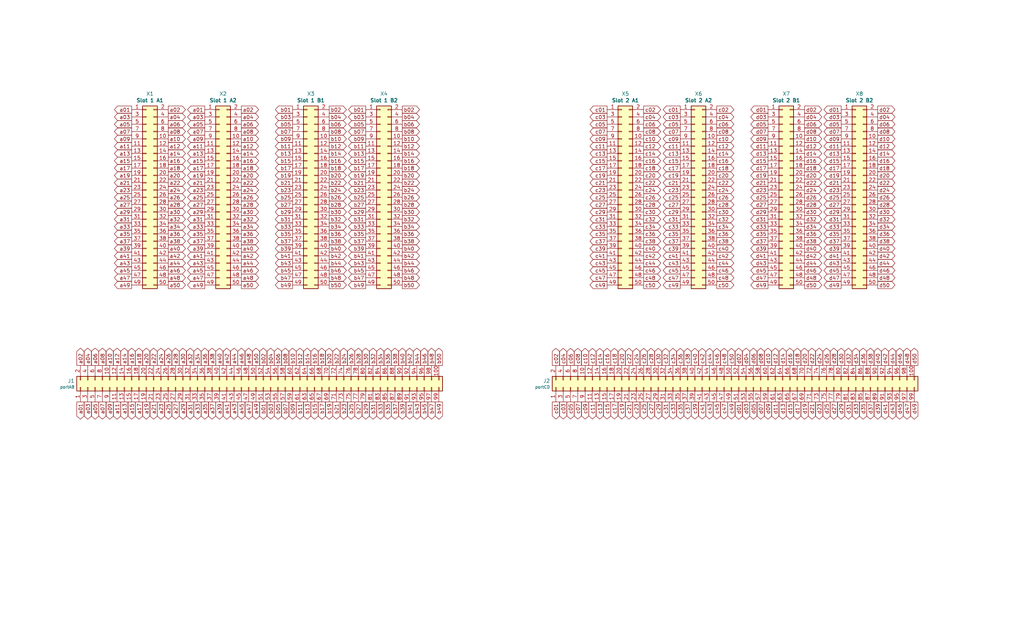
<source format=kicad_sch>
(kicad_sch (version 20230121) (generator eeschema)
  (paper "USLegal")
  (title_block (title "Backplane Tester Multiplexer Board") (rev "0.1"))
  (no_connect (at 375.92 241.3))
  (global_label "d40" (shape output) (at 304.8 127 90) (property "Intersheetrefs" "${INTERSHEET_REFS}" (effects hide)))
  (global_label "c05" (shape output) (at 236.22 43.18 180) (property "Intersheetrefs" "${INTERSHEET_REFS}" (effects hide)))
  (global_label "d12" (shape output) (at 279.4 50.8 0) (property "Intersheetrefs" "${INTERSHEET_REFS}" (effects hide)))
  (global_label "d46" (shape output) (at 304.8 93.98 0) (property "Intersheetrefs" "${INTERSHEET_REFS}" (effects hide)))
  (global_label "a33" (shape output) (at 68.58 139.7 270) (property "Intersheetrefs" "${INTERSHEET_REFS}" (effects hide)))
  (global_label "d32" (shape output) (at 304.8 76.2 0) (property "Intersheetrefs" "${INTERSHEET_REFS}" (effects hide)))
  (global_label "c22" (shape output) (at 223.52 63.5 0) (property "Intersheetrefs" "${INTERSHEET_REFS}" (effects hide)))
  (global_label "b42" (shape output) (at 114.3 88.9 0) (property "Intersheetrefs" "${INTERSHEET_REFS}" (effects hide)))
  (global_label "d23" (shape output) (at 266.7 66.04 180) (property "Intersheetrefs" "${INTERSHEET_REFS}" (effects hide)))
  (global_label "d29" (shape output) (at 292.1 73.66 180) (property "Intersheetrefs" "${INTERSHEET_REFS}" (effects hide)))
  (global_label "c12" (shape output) (at 223.52 50.8 0) (property "Intersheetrefs" "${INTERSHEET_REFS}" (effects hide)))
  (global_label "c24" (shape output) (at 248.92 66.04 0) (property "Intersheetrefs" "${INTERSHEET_REFS}" (effects hide)))
  (global_label "a17" (shape output) (at 45.72 58.42 180) (property "Intersheetrefs" "${INTERSHEET_REFS}" (effects hide)))
  (global_label "d18" (shape output) (at 304.8 58.42 0) (property "Intersheetrefs" "${INTERSHEET_REFS}" (effects hide)))
  (global_label "b38" (shape output) (at 114.3 83.82 0) (property "Intersheetrefs" "${INTERSHEET_REFS}" (effects hide)))
  (global_label "b32" (shape output) (at 129.54 127 90) (property "Intersheetrefs" "${INTERSHEET_REFS}" (effects hide)))
  (global_label "a02" (shape output) (at 83.82 38.1 0) (property "Intersheetrefs" "${INTERSHEET_REFS}" (effects hide)))
  (global_label "b13" (shape output) (at 101.6 53.34 180) (property "Intersheetrefs" "${INTERSHEET_REFS}" (effects hide)))
  (global_label "c26" (shape output) (at 223.52 127 90) (property "Intersheetrefs" "${INTERSHEET_REFS}" (effects hide)))
  (global_label "d14" (shape output) (at 279.4 53.34 0) (property "Intersheetrefs" "${INTERSHEET_REFS}" (effects hide)))
  (global_label "b05" (shape output) (at 96.52 139.7 270) (property "Intersheetrefs" "${INTERSHEET_REFS}" (effects hide)))
  (global_label "d07" (shape output) (at 266.7 45.72 180) (property "Intersheetrefs" "${INTERSHEET_REFS}" (effects hide)))
  (global_label "a07" (shape output) (at 45.72 45.72 180) (property "Intersheetrefs" "${INTERSHEET_REFS}" (effects hide)))
  (global_label "b07" (shape output) (at 101.6 45.72 180) (property "Intersheetrefs" "${INTERSHEET_REFS}" (effects hide)))
  (global_label "a47" (shape output) (at 86.36 139.7 270) (property "Intersheetrefs" "${INTERSHEET_REFS}" (effects hide)))
  (global_label "a41" (shape output) (at 71.12 88.9 180) (property "Intersheetrefs" "${INTERSHEET_REFS}" (effects hide)))
  (global_label "d42" (shape output) (at 304.8 88.9 0) (property "Intersheetrefs" "${INTERSHEET_REFS}" (effects hide)))
  (global_label "d01" (shape output) (at 292.1 38.1 180) (property "Intersheetrefs" "${INTERSHEET_REFS}" (effects hide)))
  (global_label "d04" (shape output) (at 304.8 40.64 0) (property "Intersheetrefs" "${INTERSHEET_REFS}" (effects hide)))
  (global_label "a48" (shape output) (at 83.82 96.52 0) (property "Intersheetrefs" "${INTERSHEET_REFS}" (effects hide)))
  (global_label "a48" (shape output) (at 86.36 127 90) (property "Intersheetrefs" "${INTERSHEET_REFS}" (effects hide)))
  (global_label "a02" (shape output) (at 58.42 38.1 0) (property "Intersheetrefs" "${INTERSHEET_REFS}" (effects hide)))
  (global_label "c37" (shape output) (at 238.76 139.7 270) (property "Intersheetrefs" "${INTERSHEET_REFS}" (effects hide)))
  (global_label "b33" (shape output) (at 132.08 139.7 270) (property "Intersheetrefs" "${INTERSHEET_REFS}" (effects hide)))
  (global_label "c38" (shape output) (at 248.92 83.82 0) (property "Intersheetrefs" "${INTERSHEET_REFS}" (effects hide)))
  (global_label "d23" (shape output) (at 292.1 66.04 180) (property "Intersheetrefs" "${INTERSHEET_REFS}" (effects hide)))
  (global_label "b46" (shape output) (at 114.3 93.98 0) (property "Intersheetrefs" "${INTERSHEET_REFS}" (effects hide)))
  (global_label "d16" (shape output) (at 304.8 55.88 0) (property "Intersheetrefs" "${INTERSHEET_REFS}" (effects hide)))
  (global_label "d06" (shape output) (at 261.62 127 90) (property "Intersheetrefs" "${INTERSHEET_REFS}" (effects hide)))
  (global_label "a16" (shape output) (at 58.42 55.88 0) (property "Intersheetrefs" "${INTERSHEET_REFS}" (effects hide)))
  (global_label "c35" (shape output) (at 236.22 139.7 270) (property "Intersheetrefs" "${INTERSHEET_REFS}" (effects hide)))
  (global_label "d32" (shape output) (at 294.64 127 90) (property "Intersheetrefs" "${INTERSHEET_REFS}" (effects hide)))
  (global_label "b04" (shape output) (at 93.98 127 90) (property "Intersheetrefs" "${INTERSHEET_REFS}" (effects hide)))
  (global_label "d02" (shape output) (at 304.8 38.1 0) (property "Intersheetrefs" "${INTERSHEET_REFS}" (effects hide)))
  (global_label "d49" (shape output) (at 266.7 99.06 180) (property "Intersheetrefs" "${INTERSHEET_REFS}" (effects hide)))
  (global_label "b39" (shape output) (at 139.7 139.7 270) (property "Intersheetrefs" "${INTERSHEET_REFS}" (effects hide)))
  (global_label "d11" (shape output) (at 266.7 50.8 180) (property "Intersheetrefs" "${INTERSHEET_REFS}" (effects hide)))
  (global_label "d03" (shape output) (at 266.7 40.64 180) (property "Intersheetrefs" "${INTERSHEET_REFS}" (effects hide)))
  (global_label "b45" (shape output) (at 127 93.98 180) (property "Intersheetrefs" "${INTERSHEET_REFS}" (effects hide)))
  (global_label "d10" (shape output) (at 304.8 48.26 0) (property "Intersheetrefs" "${INTERSHEET_REFS}" (effects hide)))
  (global_label "a42" (shape output) (at 58.42 88.9 0) (property "Intersheetrefs" "${INTERSHEET_REFS}" (effects hide)))
  (global_label "b01" (shape output) (at 127 38.1 180) (property "Intersheetrefs" "${INTERSHEET_REFS}" (effects hide)))
  (global_label "a43" (shape output) (at 81.28 139.7 270) (property "Intersheetrefs" "${INTERSHEET_REFS}" (effects hide)))
  (global_label "a43" (shape output) (at 71.12 91.44 180) (property "Intersheetrefs" "${INTERSHEET_REFS}" (effects hide)))
  (global_label "c26" (shape output) (at 248.92 68.58 0) (property "Intersheetrefs" "${INTERSHEET_REFS}" (effects hide)))
  (global_label "b38" (shape output) (at 139.7 83.82 0) (property "Intersheetrefs" "${INTERSHEET_REFS}" (effects hide)))
  (global_label "a12" (shape output) (at 83.82 50.8 0) (property "Intersheetrefs" "${INTERSHEET_REFS}" (effects hide)))
  (global_label "d46" (shape output) (at 312.42 127 90) (property "Intersheetrefs" "${INTERSHEET_REFS}" (effects hide)))
  (global_label "c08" (shape output) (at 223.52 45.72 0) (property "Intersheetrefs" "${INTERSHEET_REFS}" (effects hide)))
  (global_label "a09" (shape output) (at 38.1 139.7 270) (property "Intersheetrefs" "${INTERSHEET_REFS}" (effects hide)))
  (global_label "d28" (shape output) (at 304.8 71.12 0) (property "Intersheetrefs" "${INTERSHEET_REFS}" (effects hide)))
  (global_label "c19" (shape output) (at 210.82 60.96 180) (property "Intersheetrefs" "${INTERSHEET_REFS}" (effects hide)))
  (global_label "d29" (shape output) (at 266.7 73.66 180) (property "Intersheetrefs" "${INTERSHEET_REFS}" (effects hide)))
  (global_label "a29" (shape output) (at 45.72 73.66 180) (property "Intersheetrefs" "${INTERSHEET_REFS}" (effects hide)))
  (global_label "a50" (shape output) (at 83.82 99.06 0) (property "Intersheetrefs" "${INTERSHEET_REFS}" (effects hide)))
  (global_label "d34" (shape output) (at 297.18 127 90) (property "Intersheetrefs" "${INTERSHEET_REFS}" (effects hide)))
  (global_label "c21" (shape output) (at 236.22 63.5 180) (property "Intersheetrefs" "${INTERSHEET_REFS}" (effects hide)))
  (global_label "b26" (shape output) (at 139.7 68.58 0) (property "Intersheetrefs" "${INTERSHEET_REFS}" (effects hide)))
  (global_label "a09" (shape output) (at 71.12 48.26 180) (property "Intersheetrefs" "${INTERSHEET_REFS}" (effects hide)))
  (global_label "a23" (shape output) (at 71.12 66.04 180) (property "Intersheetrefs" "${INTERSHEET_REFS}" (effects hide)))
  (global_label "c22" (shape output) (at 218.44 127 90) (property "Intersheetrefs" "${INTERSHEET_REFS}" (effects hide)))
  (global_label "c23" (shape output) (at 210.82 66.04 180) (property "Intersheetrefs" "${INTERSHEET_REFS}" (effects hide)))
  (global_label "b41" (shape output) (at 101.6 88.9 180) (property "Intersheetrefs" "${INTERSHEET_REFS}" (effects hide)))
  (global_label "a17" (shape output) (at 71.12 58.42 180) (property "Intersheetrefs" "${INTERSHEET_REFS}" (effects hide)))
  (global_label "b48" (shape output) (at 149.86 127 90) (property "Intersheetrefs" "${INTERSHEET_REFS}" (effects hide)))
  (global_label "c25" (shape output) (at 223.52 139.7 270) (property "Intersheetrefs" "${INTERSHEET_REFS}" (effects hide)))
  (global_label "d47" (shape output) (at 314.96 139.7 270) (property "Intersheetrefs" "${INTERSHEET_REFS}" (effects hide)))
  (global_label "a11" (shape output) (at 45.72 50.8 180) (property "Intersheetrefs" "${INTERSHEET_REFS}" (effects hide)))
  (global_label "d03" (shape output) (at 259.08 139.7 270) (property "Intersheetrefs" "${INTERSHEET_REFS}" (effects hide)))
  (global_label "d05" (shape output) (at 261.62 139.7 270) (property "Intersheetrefs" "${INTERSHEET_REFS}" (effects hide)))
  (global_label "c01" (shape output) (at 210.82 38.1 180) (property "Intersheetrefs" "${INTERSHEET_REFS}" (effects hide)))
  (global_label "b33" (shape output) (at 127 78.74 180) (property "Intersheetrefs" "${INTERSHEET_REFS}" (effects hide)))
  (global_label "a07" (shape output) (at 71.12 45.72 180) (property "Intersheetrefs" "${INTERSHEET_REFS}" (effects hide)))
  (global_label "b02" (shape output) (at 139.7 38.1 0) (property "Intersheetrefs" "${INTERSHEET_REFS}" (effects hide)))
  (global_label "d10" (shape output) (at 266.7 127 90) (property "Intersheetrefs" "${INTERSHEET_REFS}" (effects hide)))
  (global_label "a45" (shape output) (at 45.72 93.98 180) (property "Intersheetrefs" "${INTERSHEET_REFS}" (effects hide)))
  (global_label "a02" (shape output) (at 27.94 127 90) (property "Intersheetrefs" "${INTERSHEET_REFS}" (effects hide)))
  (global_label "d31" (shape output) (at 294.64 139.7 270) (property "Intersheetrefs" "${INTERSHEET_REFS}" (effects hide)))
  (global_label "b19" (shape output) (at 114.3 139.7 270) (property "Intersheetrefs" "${INTERSHEET_REFS}" (effects hide)))
  (global_label "b29" (shape output) (at 127 139.7 270) (property "Intersheetrefs" "${INTERSHEET_REFS}" (effects hide)))
  (global_label "a17" (shape output) (at 48.26 139.7 270) (property "Intersheetrefs" "${INTERSHEET_REFS}" (effects hide)))
  (global_label "c12" (shape output) (at 205.74 127 90) (property "Intersheetrefs" "${INTERSHEET_REFS}" (effects hide)))
  (global_label "b11" (shape output) (at 104.14 139.7 270) (property "Intersheetrefs" "${INTERSHEET_REFS}" (effects hide)))
  (global_label "c29" (shape output) (at 236.22 73.66 180) (property "Intersheetrefs" "${INTERSHEET_REFS}" (effects hide)))
  (global_label "b36" (shape output) (at 139.7 81.28 0) (property "Intersheetrefs" "${INTERSHEET_REFS}" (effects hide)))
  (global_label "c49" (shape output) (at 254 139.7 270) (property "Intersheetrefs" "${INTERSHEET_REFS}" (effects hide)))
  (global_label "a34" (shape output) (at 68.58 127 90) (property "Intersheetrefs" "${INTERSHEET_REFS}" (effects hide)))
  (global_label "a19" (shape output) (at 71.12 60.96 180) (property "Intersheetrefs" "${INTERSHEET_REFS}" (effects hide)))
  (global_label "a48" (shape output) (at 58.42 96.52 0) (property "Intersheetrefs" "${INTERSHEET_REFS}" (effects hide)))
  (global_label "b20" (shape output) (at 114.3 60.96 0) (property "Intersheetrefs" "${INTERSHEET_REFS}" (effects hide)))
  (global_label "b45" (shape output) (at 101.6 93.98 180) (property "Intersheetrefs" "${INTERSHEET_REFS}" (effects hide)))
  (global_label "c16" (shape output) (at 248.92 55.88 0) (property "Intersheetrefs" "${INTERSHEET_REFS}" (effects hide)))
  (global_label "c49" (shape output) (at 236.22 99.06 180) (property "Intersheetrefs" "${INTERSHEET_REFS}" (effects hide)))
  (global_label "c02" (shape output) (at 248.92 38.1 0) (property "Intersheetrefs" "${INTERSHEET_REFS}" (effects hide)))
  (global_label "c19" (shape output) (at 215.9 139.7 270) (property "Intersheetrefs" "${INTERSHEET_REFS}" (effects hide)))
  (global_label "b38" (shape output) (at 137.16 127 90) (property "Intersheetrefs" "${INTERSHEET_REFS}" (effects hide)))
  (global_label "b46" (shape output) (at 139.7 93.98 0) (property "Intersheetrefs" "${INTERSHEET_REFS}" (effects hide)))
  (global_label "d37" (shape output) (at 266.7 83.82 180) (property "Intersheetrefs" "${INTERSHEET_REFS}" (effects hide)))
  (global_label "d50" (shape output) (at 317.5 127 90) (property "Intersheetrefs" "${INTERSHEET_REFS}" (effects hide)))
  (global_label "d05" (shape output) (at 292.1 43.18 180) (property "Intersheetrefs" "${INTERSHEET_REFS}" (effects hide)))
  (global_label "a39" (shape output) (at 76.2 139.7 270) (property "Intersheetrefs" "${INTERSHEET_REFS}" (effects hide)))
  (global_label "c28" (shape output) (at 248.92 71.12 0) (property "Intersheetrefs" "${INTERSHEET_REFS}" (effects hide)))
  (global_label "d46" (shape output) (at 279.4 93.98 0) (property "Intersheetrefs" "${INTERSHEET_REFS}" (effects hide)))
  (global_label "a34" (shape output) (at 83.82 78.74 0) (property "Intersheetrefs" "${INTERSHEET_REFS}" (effects hide)))
  (global_label "d39" (shape output) (at 304.8 139.7 270) (property "Intersheetrefs" "${INTERSHEET_REFS}" (effects hide)))
  (global_label "c38" (shape output) (at 238.76 127 90) (property "Intersheetrefs" "${INTERSHEET_REFS}" (effects hide)))
  (global_label "c33" (shape output) (at 210.82 78.74 180) (property "Intersheetrefs" "${INTERSHEET_REFS}" (effects hide)))
  (global_label "d25" (shape output) (at 266.7 68.58 180) (property "Intersheetrefs" "${INTERSHEET_REFS}" (effects hide)))
  (global_label "d18" (shape output) (at 276.86 127 90) (property "Intersheetrefs" "${INTERSHEET_REFS}" (effects hide)))
  (global_label "c13" (shape output) (at 208.28 139.7 270) (property "Intersheetrefs" "${INTERSHEET_REFS}" (effects hide)))
  (global_label "a14" (shape output) (at 83.82 53.34 0) (property "Intersheetrefs" "${INTERSHEET_REFS}" (effects hide)))
  (global_label "b23" (shape output) (at 101.6 66.04 180) (property "Intersheetrefs" "${INTERSHEET_REFS}" (effects hide)))
  (global_label "c48" (shape output) (at 251.46 127 90) (property "Intersheetrefs" "${INTERSHEET_REFS}" (effects hide)))
  (global_label "c20" (shape output) (at 223.52 60.96 0) (property "Intersheetrefs" "${INTERSHEET_REFS}" (effects hide)))
  (global_label "c31" (shape output) (at 236.22 76.2 180) (property "Intersheetrefs" "${INTERSHEET_REFS}" (effects hide)))
  (global_label "c37" (shape output) (at 210.82 83.82 180) (property "Intersheetrefs" "${INTERSHEET_REFS}" (effects hide)))
  (global_label "d25" (shape output) (at 292.1 68.58 180) (property "Intersheetrefs" "${INTERSHEET_REFS}" (effects hide)))
  (global_label "c21" (shape output) (at 210.82 63.5 180) (property "Intersheetrefs" "${INTERSHEET_REFS}" (effects hide)))
  (global_label "c31" (shape output) (at 231.14 139.7 270) (property "Intersheetrefs" "${INTERSHEET_REFS}" (effects hide)))
  (global_label "c06" (shape output) (at 223.52 43.18 0) (property "Intersheetrefs" "${INTERSHEET_REFS}" (effects hide)))
  (global_label "a08" (shape output) (at 35.56 127 90) (property "Intersheetrefs" "${INTERSHEET_REFS}" (effects hide)))
  (global_label "a26" (shape output) (at 58.42 68.58 0) (property "Intersheetrefs" "${INTERSHEET_REFS}" (effects hide)))
  (global_label "c06" (shape output) (at 248.92 43.18 0) (property "Intersheetrefs" "${INTERSHEET_REFS}" (effects hide)))
  (global_label "c45" (shape output) (at 248.92 139.7 270) (property "Intersheetrefs" "${INTERSHEET_REFS}" (effects hide)))
  (global_label "b41" (shape output) (at 127 88.9 180) (property "Intersheetrefs" "${INTERSHEET_REFS}" (effects hide)))
  (global_label "d35" (shape output) (at 299.72 139.7 270) (property "Intersheetrefs" "${INTERSHEET_REFS}" (effects hide)))
  (global_label "c42" (shape output) (at 243.84 127 90) (property "Intersheetrefs" "${INTERSHEET_REFS}" (effects hide)))
  (global_label "c29" (shape output) (at 210.82 73.66 180) (property "Intersheetrefs" "${INTERSHEET_REFS}" (effects hide)))
  (global_label "b31" (shape output) (at 129.54 139.7 270) (property "Intersheetrefs" "${INTERSHEET_REFS}" (effects hide)))
  (global_label "c01" (shape output) (at 193.04 139.7 270) (property "Intersheetrefs" "${INTERSHEET_REFS}" (effects hide)))
  (global_label "a38" (shape output) (at 58.42 83.82 0) (property "Intersheetrefs" "${INTERSHEET_REFS}" (effects hide)))
  (global_label "b05" (shape output) (at 127 43.18 180) (property "Intersheetrefs" "${INTERSHEET_REFS}" (effects hide)))
  (global_label "a14" (shape output) (at 43.18 127 90) (property "Intersheetrefs" "${INTERSHEET_REFS}" (effects hide)))
  (global_label "a42" (shape output) (at 78.74 127 90) (property "Intersheetrefs" "${INTERSHEET_REFS}" (effects hide)))
  (global_label "b21" (shape output) (at 116.84 139.7 270) (property "Intersheetrefs" "${INTERSHEET_REFS}" (effects hide)))
  (global_label "d37" (shape output) (at 302.26 139.7 270) (property "Intersheetrefs" "${INTERSHEET_REFS}" (effects hide)))
  (global_label "c35" (shape output) (at 210.82 81.28 180) (property "Intersheetrefs" "${INTERSHEET_REFS}" (effects hide)))
  (global_label "c14" (shape output) (at 248.92 53.34 0) (property "Intersheetrefs" "${INTERSHEET_REFS}" (effects hide)))
  (global_label "c08" (shape output) (at 200.66 127 90) (property "Intersheetrefs" "${INTERSHEET_REFS}" (effects hide)))
  (global_label "d07" (shape output) (at 292.1 45.72 180) (property "Intersheetrefs" "${INTERSHEET_REFS}" (effects hide)))
  (global_label "d39" (shape output) (at 266.7 86.36 180) (property "Intersheetrefs" "${INTERSHEET_REFS}" (effects hide)))
  (global_label "d35" (shape output) (at 292.1 81.28 180) (property "Intersheetrefs" "${INTERSHEET_REFS}" (effects hide)))
  (global_label "c47" (shape output) (at 210.82 96.52 180) (property "Intersheetrefs" "${INTERSHEET_REFS}" (effects hide)))
  (global_label "a05" (shape output) (at 33.02 139.7 270) (property "Intersheetrefs" "${INTERSHEET_REFS}" (effects hide)))
  (global_label "d30" (shape output) (at 292.1 127 90) (property "Intersheetrefs" "${INTERSHEET_REFS}" (effects hide)))
  (global_label "d08" (shape output) (at 304.8 45.72 0) (property "Intersheetrefs" "${INTERSHEET_REFS}" (effects hide)))
  (global_label "d48" (shape output) (at 304.8 96.52 0) (property "Intersheetrefs" "${INTERSHEET_REFS}" (effects hide)))
  (global_label "c40" (shape output) (at 223.52 86.36 0) (property "Intersheetrefs" "${INTERSHEET_REFS}" (effects hide)))
  (global_label "c11" (shape output) (at 205.74 139.7 270) (property "Intersheetrefs" "${INTERSHEET_REFS}" (effects hide)))
  (global_label "b44" (shape output) (at 114.3 91.44 0) (property "Intersheetrefs" "${INTERSHEET_REFS}" (effects hide)))
  (global_label "c36" (shape output) (at 248.92 81.28 0) (property "Intersheetrefs" "${INTERSHEET_REFS}" (effects hide)))
  (global_label "b47" (shape output) (at 127 96.52 180) (property "Intersheetrefs" "${INTERSHEET_REFS}" (effects hide)))
  (global_label "b18" (shape output) (at 111.76 127 90) (property "Intersheetrefs" "${INTERSHEET_REFS}" (effects hide)))
  (global_label "b34" (shape output) (at 139.7 78.74 0) (property "Intersheetrefs" "${INTERSHEET_REFS}" (effects hide)))
  (global_label "b25" (shape output) (at 127 68.58 180) (property "Intersheetrefs" "${INTERSHEET_REFS}" (effects hide)))
  (global_label "a36" (shape output) (at 71.12 127 90) (property "Intersheetrefs" "${INTERSHEET_REFS}" (effects hide)))
  (global_label "d19" (shape output) (at 292.1 60.96 180) (property "Intersheetrefs" "${INTERSHEET_REFS}" (effects hide)))
  (global_label "b27" (shape output) (at 124.46 139.7 270) (property "Intersheetrefs" "${INTERSHEET_REFS}" (effects hide)))
  (global_label "b01" (shape output) (at 101.6 38.1 180) (property "Intersheetrefs" "${INTERSHEET_REFS}" (effects hide)))
  (global_label "b09" (shape output) (at 127 48.26 180) (property "Intersheetrefs" "${INTERSHEET_REFS}" (effects hide)))
  (global_label "c41" (shape output) (at 210.82 88.9 180) (property "Intersheetrefs" "${INTERSHEET_REFS}" (effects hide)))
  (global_label "d09" (shape output) (at 266.7 48.26 180) (property "Intersheetrefs" "${INTERSHEET_REFS}" (effects hide)))
  (global_label "d15" (shape output) (at 266.7 55.88 180) (property "Intersheetrefs" "${INTERSHEET_REFS}" (effects hide)))
  (global_label "a04" (shape output) (at 30.48 127 90) (property "Intersheetrefs" "${INTERSHEET_REFS}" (effects hide)))
  (global_label "a41" (shape output) (at 45.72 88.9 180) (property "Intersheetrefs" "${INTERSHEET_REFS}" (effects hide)))
  (global_label "a22" (shape output) (at 58.42 63.5 0) (property "Intersheetrefs" "${INTERSHEET_REFS}" (effects hide)))
  (global_label "a25" (shape output) (at 58.42 139.7 270) (property "Intersheetrefs" "${INTERSHEET_REFS}" (effects hide)))
  (global_label "a33" (shape output) (at 45.72 78.74 180) (property "Intersheetrefs" "${INTERSHEET_REFS}" (effects hide)))
  (global_label "a49" (shape output) (at 71.12 99.06 180) (property "Intersheetrefs" "${INTERSHEET_REFS}" (effects hide)))
  (global_label "c32" (shape output) (at 223.52 76.2 0) (property "Intersheetrefs" "${INTERSHEET_REFS}" (effects hide)))
  (global_label "d44" (shape output) (at 304.8 91.44 0) (property "Intersheetrefs" "${INTERSHEET_REFS}" (effects hide)))
  (global_label "d10" (shape output) (at 279.4 48.26 0) (property "Intersheetrefs" "${INTERSHEET_REFS}" (effects hide)))
  (global_label "b24" (shape output) (at 114.3 66.04 0) (property "Intersheetrefs" "${INTERSHEET_REFS}" (effects hide)))
  (global_label "a27" (shape output) (at 71.12 71.12 180) (property "Intersheetrefs" "${INTERSHEET_REFS}" (effects hide)))
  (global_label "a23" (shape output) (at 45.72 66.04 180) (property "Intersheetrefs" "${INTERSHEET_REFS}" (effects hide)))
  (global_label "c15" (shape output) (at 236.22 55.88 180) (property "Intersheetrefs" "${INTERSHEET_REFS}" (effects hide)))
  (global_label "b43" (shape output) (at 101.6 91.44 180) (property "Intersheetrefs" "${INTERSHEET_REFS}" (effects hide)))
  (global_label "d38" (shape output) (at 302.26 127 90) (property "Intersheetrefs" "${INTERSHEET_REFS}" (effects hide)))
  (global_label "b03" (shape output) (at 93.98 139.7 270) (property "Intersheetrefs" "${INTERSHEET_REFS}" (effects hide)))
  (global_label "d11" (shape output) (at 292.1 50.8 180) (property "Intersheetrefs" "${INTERSHEET_REFS}" (effects hide)))
  (global_label "c49" (shape output) (at 210.82 99.06 180) (property "Intersheetrefs" "${INTERSHEET_REFS}" (effects hide)))
  (global_label "a28" (shape output) (at 58.42 71.12 0) (property "Intersheetrefs" "${INTERSHEET_REFS}" (effects hide)))
  (global_label "d22" (shape output) (at 281.94 127 90) (property "Intersheetrefs" "${INTERSHEET_REFS}" (effects hide)))
  (global_label "d43" (shape output) (at 309.88 139.7 270) (property "Intersheetrefs" "${INTERSHEET_REFS}" (effects hide)))
  (global_label "a01" (shape output) (at 45.72 38.1 180) (property "Intersheetrefs" "${INTERSHEET_REFS}" (effects hide)))
  (global_label "c42" (shape output) (at 248.92 88.9 0) (property "Intersheetrefs" "${INTERSHEET_REFS}" (effects hide)))
  (global_label "c22" (shape output) (at 248.92 63.5 0) (property "Intersheetrefs" "${INTERSHEET_REFS}" (effects hide)))
  (global_label "b34" (shape output) (at 114.3 78.74 0) (property "Intersheetrefs" "${INTERSHEET_REFS}" (effects hide)))
  (global_label "b11" (shape output) (at 127 50.8 180) (property "Intersheetrefs" "${INTERSHEET_REFS}" (effects hide)))
  (global_label "c20" (shape output) (at 215.9 127 90) (property "Intersheetrefs" "${INTERSHEET_REFS}" (effects hide)))
  (global_label "c37" (shape output) (at 236.22 83.82 180) (property "Intersheetrefs" "${INTERSHEET_REFS}" (effects hide)))
  (global_label "d40" (shape output) (at 304.8 86.36 0) (property "Intersheetrefs" "${INTERSHEET_REFS}" (effects hide)))
  (global_label "b23" (shape output) (at 119.38 139.7 270) (property "Intersheetrefs" "${INTERSHEET_REFS}" (effects hide)))
  (global_label "b31" (shape output) (at 127 76.2 180) (property "Intersheetrefs" "${INTERSHEET_REFS}" (effects hide)))
  (global_label "a43" (shape output) (at 45.72 91.44 180) (property "Intersheetrefs" "${INTERSHEET_REFS}" (effects hide)))
  (global_label "b03" (shape output) (at 101.6 40.64 180) (property "Intersheetrefs" "${INTERSHEET_REFS}" (effects hide)))
  (global_label "a06" (shape output) (at 58.42 43.18 0) (property "Intersheetrefs" "${INTERSHEET_REFS}" (effects hide)))
  (global_label "c09" (shape output) (at 210.82 48.26 180) (property "Intersheetrefs" "${INTERSHEET_REFS}" (effects hide)))
  (global_label "d16" (shape output) (at 279.4 55.88 0) (property "Intersheetrefs" "${INTERSHEET_REFS}" (effects hide)))
  (global_label "a11" (shape output) (at 71.12 50.8 180) (property "Intersheetrefs" "${INTERSHEET_REFS}" (effects hide)))
  (global_label "c41" (shape output) (at 243.84 139.7 270) (property "Intersheetrefs" "${INTERSHEET_REFS}" (effects hide)))
  (global_label "c48" (shape output) (at 223.52 96.52 0) (property "Intersheetrefs" "${INTERSHEET_REFS}" (effects hide)))
  (global_label "d03" (shape output) (at 292.1 40.64 180) (property "Intersheetrefs" "${INTERSHEET_REFS}" (effects hide)))
  (global_label "c07" (shape output) (at 236.22 45.72 180) (property "Intersheetrefs" "${INTERSHEET_REFS}" (effects hide)))
  (global_label "b19" (shape output) (at 127 60.96 180) (property "Intersheetrefs" "${INTERSHEET_REFS}" (effects hide)))
  (global_label "c34" (shape output) (at 223.52 78.74 0) (property "Intersheetrefs" "${INTERSHEET_REFS}" (effects hide)))
  (global_label "c24" (shape output) (at 220.98 127 90) (property "Intersheetrefs" "${INTERSHEET_REFS}" (effects hide)))
  (global_label "b40" (shape output) (at 139.7 86.36 0) (property "Intersheetrefs" "${INTERSHEET_REFS}" (effects hide)))
  (global_label "d02" (shape output) (at 256.54 127 90) (property "Intersheetrefs" "${INTERSHEET_REFS}" (effects hide)))
  (global_label "d33" (shape output) (at 292.1 78.74 180) (property "Intersheetrefs" "${INTERSHEET_REFS}" (effects hide)))
  (global_label "a32" (shape output) (at 66.04 127 90) (property "Intersheetrefs" "${INTERSHEET_REFS}" (effects hide)))
  (global_label "c03" (shape output) (at 236.22 40.64 180) (property "Intersheetrefs" "${INTERSHEET_REFS}" (effects hide)))
  (global_label "d25" (shape output) (at 287.02 139.7 270) (property "Intersheetrefs" "${INTERSHEET_REFS}" (effects hide)))
  (global_label "a31" (shape output) (at 71.12 76.2 180) (property "Intersheetrefs" "${INTERSHEET_REFS}" (effects hide)))
  (global_label "d14" (shape output) (at 304.8 53.34 0) (property "Intersheetrefs" "${INTERSHEET_REFS}" (effects hide)))
  (global_label "a47" (shape output) (at 71.12 96.52 180) (property "Intersheetrefs" "${INTERSHEET_REFS}" (effects hide)))
  (global_label "b12" (shape output) (at 139.7 50.8 0) (property "Intersheetrefs" "${INTERSHEET_REFS}" (effects hide)))
  (global_label "a37" (shape output) (at 45.72 83.82 180) (property "Intersheetrefs" "${INTERSHEET_REFS}" (effects hide)))
  (global_label "a45" (shape output) (at 83.82 139.7 270) (property "Intersheetrefs" "${INTERSHEET_REFS}" (effects hide)))
  (global_label "c50" (shape output) (at 223.52 99.06 0) (property "Intersheetrefs" "${INTERSHEET_REFS}" (effects hide)))
  (global_label "c28" (shape output) (at 226.06 127 90) (property "Intersheetrefs" "${INTERSHEET_REFS}" (effects hide)))
  (global_label "c04" (shape output) (at 195.58 127 90) (property "Intersheetrefs" "${INTERSHEET_REFS}" (effects hide)))
  (global_label "d48" (shape output) (at 279.4 96.52 0) (property "Intersheetrefs" "${INTERSHEET_REFS}" (effects hide)))
  (global_label "b40" (shape output) (at 139.7 127 90) (property "Intersheetrefs" "${INTERSHEET_REFS}" (effects hide)))
  (global_label "a46" (shape output) (at 83.82 127 90) (property "Intersheetrefs" "${INTERSHEET_REFS}" (effects hide)))
  (global_label "a25" (shape output) (at 71.12 68.58 180) (property "Intersheetrefs" "${INTERSHEET_REFS}" (effects hide)))
  (global_label "c46" (shape output) (at 248.92 127 90) (property "Intersheetrefs" "${INTERSHEET_REFS}" (effects hide)))
  (global_label "c39" (shape output) (at 210.82 86.36 180) (property "Intersheetrefs" "${INTERSHEET_REFS}" (effects hide)))
  (global_label "b17" (shape output) (at 127 58.42 180) (property "Intersheetrefs" "${INTERSHEET_REFS}" (effects hide)))
  (global_label "c44" (shape output) (at 246.38 127 90) (property "Intersheetrefs" "${INTERSHEET_REFS}" (effects hide)))
  (global_label "d40" (shape output) (at 279.4 86.36 0) (property "Intersheetrefs" "${INTERSHEET_REFS}" (effects hide)))
  (global_label "b17" (shape output) (at 111.76 139.7 270) (property "Intersheetrefs" "${INTERSHEET_REFS}" (effects hide)))
  (global_label "d18" (shape output) (at 279.4 58.42 0) (property "Intersheetrefs" "${INTERSHEET_REFS}" (effects hide)))
  (global_label "c35" (shape output) (at 236.22 81.28 180) (property "Intersheetrefs" "${INTERSHEET_REFS}" (effects hide)))
  (global_label "a13" (shape output) (at 71.12 53.34 180) (property "Intersheetrefs" "${INTERSHEET_REFS}" (effects hide)))
  (global_label "c23" (shape output) (at 220.98 139.7 270) (property "Intersheetrefs" "${INTERSHEET_REFS}" (effects hide)))
  (global_label "b37" (shape output) (at 137.16 139.7 270) (property "Intersheetrefs" "${INTERSHEET_REFS}" (effects hide)))
  (global_label "a08" (shape output) (at 83.82 45.72 0) (property "Intersheetrefs" "${INTERSHEET_REFS}" (effects hide)))
  (global_label "a16" (shape output) (at 45.72 127 90) (property "Intersheetrefs" "${INTERSHEET_REFS}" (effects hide)))
  (global_label "d44" (shape output) (at 279.4 91.44 0) (property "Intersheetrefs" "${INTERSHEET_REFS}" (effects hide)))
  (global_label "c09" (shape output) (at 236.22 48.26 180) (property "Intersheetrefs" "${INTERSHEET_REFS}" (effects hide)))
  (global_label "d49" (shape output) (at 317.5 139.7 270) (property "Intersheetrefs" "${INTERSHEET_REFS}" (effects hide)))
  (global_label "d48" (shape output) (at 314.96 127 90) (property "Intersheetrefs" "${INTERSHEET_REFS}" (effects hide)))
  (global_label "a12" (shape output) (at 40.64 127 90) (property "Intersheetrefs" "${INTERSHEET_REFS}" (effects hide)))
  (global_label "d27" (shape output) (at 292.1 71.12 180) (property "Intersheetrefs" "${INTERSHEET_REFS}" (effects hide)))
  (global_label "a20" (shape output) (at 58.42 60.96 0) (property "Intersheetrefs" "${INTERSHEET_REFS}" (effects hide)))
  (global_label "b17" (shape output) (at 101.6 58.42 180) (property "Intersheetrefs" "${INTERSHEET_REFS}" (effects hide)))
  (global_label "b31" (shape output) (at 101.6 76.2 180) (property "Intersheetrefs" "${INTERSHEET_REFS}" (effects hide)))
  (global_label "a42" (shape output) (at 83.82 88.9 0) (property "Intersheetrefs" "${INTERSHEET_REFS}" (effects hide)))
  (global_label "a26" (shape output) (at 58.42 127 90) (property "Intersheetrefs" "${INTERSHEET_REFS}" (effects hide)))
  (global_label "c06" (shape output) (at 198.12 127 90) (property "Intersheetrefs" "${INTERSHEET_REFS}" (effects hide)))
  (global_label "d08" (shape output) (at 264.16 127 90) (property "Intersheetrefs" "${INTERSHEET_REFS}" (effects hide)))
  (global_label "b13" (shape output) (at 127 53.34 180) (property "Intersheetrefs" "${INTERSHEET_REFS}" (effects hide)))
  (global_label "a39" (shape output) (at 71.12 86.36 180) (property "Intersheetrefs" "${INTERSHEET_REFS}" (effects hide)))
  (global_label "c02" (shape output) (at 223.52 38.1 0) (property "Intersheetrefs" "${INTERSHEET_REFS}" (effects hide)))
  (global_label "a10" (shape output) (at 58.42 48.26 0) (property "Intersheetrefs" "${INTERSHEET_REFS}" (effects hide)))
  (global_label "a03" (shape output) (at 45.72 40.64 180) (property "Intersheetrefs" "${INTERSHEET_REFS}" (effects hide)))
  (global_label "b42" (shape output) (at 139.7 88.9 0) (property "Intersheetrefs" "${INTERSHEET_REFS}" (effects hide)))
  (global_label "b11" (shape output) (at 101.6 50.8 180) (property "Intersheetrefs" "${INTERSHEET_REFS}" (effects hide)))
  (global_label "c24" (shape output) (at 223.52 66.04 0) (property "Intersheetrefs" "${INTERSHEET_REFS}" (effects hide)))
  (global_label "a21" (shape output) (at 45.72 63.5 180) (property "Intersheetrefs" "${INTERSHEET_REFS}" (effects hide)))
  (global_label "b06" (shape output) (at 96.52 127 90) (property "Intersheetrefs" "${INTERSHEET_REFS}" (effects hide)))
  (global_label "d42" (shape output) (at 279.4 88.9 0) (property "Intersheetrefs" "${INTERSHEET_REFS}" (effects hide)))
  (global_label "a47" (shape output) (at 45.72 96.52 180) (property "Intersheetrefs" "${INTERSHEET_REFS}" (effects hide)))
  (global_label "c07" (shape output) (at 200.66 139.7 270) (property "Intersheetrefs" "${INTERSHEET_REFS}" (effects hide)))
  (global_label "d28" (shape output) (at 289.56 127 90) (property "Intersheetrefs" "${INTERSHEET_REFS}" (effects hide)))
  (global_label "b28" (shape output) (at 139.7 71.12 0) (property "Intersheetrefs" "${INTERSHEET_REFS}" (effects hide)))
  (global_label "d01" (shape output) (at 266.7 38.1 180) (property "Intersheetrefs" "${INTERSHEET_REFS}" (effects hide)))
  (global_label "d09" (shape output) (at 292.1 48.26 180) (property "Intersheetrefs" "${INTERSHEET_REFS}" (effects hide)))
  (global_label "b08" (shape output) (at 114.3 45.72 0) (property "Intersheetrefs" "${INTERSHEET_REFS}" (effects hide)))
  (global_label "c43" (shape output) (at 210.82 91.44 180) (property "Intersheetrefs" "${INTERSHEET_REFS}" (effects hide)))
  (global_label "c10" (shape output) (at 223.52 48.26 0) (property "Intersheetrefs" "${INTERSHEET_REFS}" (effects hide)))
  (global_label "d17" (shape output) (at 266.7 58.42 180) (property "Intersheetrefs" "${INTERSHEET_REFS}" (effects hide)))
  (global_label "b24" (shape output) (at 119.38 127 90) (property "Intersheetrefs" "${INTERSHEET_REFS}" (effects hide)))
  (global_label "b20" (shape output) (at 114.3 127 90) (property "Intersheetrefs" "${INTERSHEET_REFS}" (effects hide)))
  (global_label "c40" (shape output) (at 248.92 86.36 0) (property "Intersheetrefs" "${INTERSHEET_REFS}" (effects hide)))
  (global_label "a36" (shape output) (at 83.82 81.28 0) (property "Intersheetrefs" "${INTERSHEET_REFS}" (effects hide)))
  (global_label "c04" (shape output) (at 248.92 40.64 0) (property "Intersheetrefs" "${INTERSHEET_REFS}" (effects hide)))
  (global_label "a15" (shape output) (at 45.72 139.7 270) (property "Intersheetrefs" "${INTERSHEET_REFS}" (effects hide)))
  (global_label "a38" (shape output) (at 83.82 83.82 0) (property "Intersheetrefs" "${INTERSHEET_REFS}" (effects hide)))
  (global_label "d02" (shape output) (at 279.4 38.1 0) (property "Intersheetrefs" "${INTERSHEET_REFS}" (effects hide)))
  (global_label "b21" (shape output) (at 101.6 63.5 180) (property "Intersheetrefs" "${INTERSHEET_REFS}" (effects hide)))
  (global_label "c45" (shape output) (at 236.22 93.98 180) (property "Intersheetrefs" "${INTERSHEET_REFS}" (effects hide)))
  (global_label "b30" (shape output) (at 114.3 73.66 0) (property "Intersheetrefs" "${INTERSHEET_REFS}" (effects hide)))
  (global_label "b22" (shape output) (at 114.3 63.5 0) (property "Intersheetrefs" "${INTERSHEET_REFS}" (effects hide)))
  (global_label "a10" (shape output) (at 83.82 48.26 0) (property "Intersheetrefs" "${INTERSHEET_REFS}" (effects hide)))
  (global_label "b41" (shape output) (at 142.24 139.7 270) (property "Intersheetrefs" "${INTERSHEET_REFS}" (effects hide)))
  (global_label "a28" (shape output) (at 83.82 71.12 0) (property "Intersheetrefs" "${INTERSHEET_REFS}" (effects hide)))
  (global_label "c05" (shape output) (at 210.82 43.18 180) (property "Intersheetrefs" "${INTERSHEET_REFS}" (effects hide)))
  (global_label "c11" (shape output) (at 236.22 50.8 180) (property "Intersheetrefs" "${INTERSHEET_REFS}" (effects hide)))
  (global_label "a18" (shape output) (at 58.42 58.42 0) (property "Intersheetrefs" "${INTERSHEET_REFS}" (effects hide)))
  (global_label "c04" (shape output) (at 223.52 40.64 0) (property "Intersheetrefs" "${INTERSHEET_REFS}" (effects hide)))
  (global_label "c43" (shape output) (at 236.22 91.44 180) (property "Intersheetrefs" "${INTERSHEET_REFS}" (effects hide)))
  (global_label "d47" (shape output) (at 266.7 96.52 180) (property "Intersheetrefs" "${INTERSHEET_REFS}" (effects hide)))
  (global_label "a09" (shape output) (at 45.72 48.26 180) (property "Intersheetrefs" "${INTERSHEET_REFS}" (effects hide)))
  (global_label "c48" (shape output) (at 248.92 96.52 0) (property "Intersheetrefs" "${INTERSHEET_REFS}" (effects hide)))
  (global_label "c11" (shape output) (at 210.82 50.8 180) (property "Intersheetrefs" "${INTERSHEET_REFS}" (effects hide)))
  (global_label "c02" (shape output) (at 193.04 127 90) (property "Intersheetrefs" "${INTERSHEET_REFS}" (effects hide)))
  (global_label "d19" (shape output) (at 266.7 60.96 180) (property "Intersheetrefs" "${INTERSHEET_REFS}" (effects hide)))
  (global_label "c50" (shape output) (at 248.92 99.06 0) (property "Intersheetrefs" "${INTERSHEET_REFS}" (effects hide)))
  (global_label "a26" (shape output) (at 83.82 68.58 0) (property "Intersheetrefs" "${INTERSHEET_REFS}" (effects hide)))
  (global_label "b43" (shape output) (at 127 91.44 180) (property "Intersheetrefs" "${INTERSHEET_REFS}" (effects hide)))
  (global_label "d23" (shape output) (at 284.48 139.7 270) (property "Intersheetrefs" "${INTERSHEET_REFS}" (effects hide)))
  (global_label "b50" (shape output) (at 139.7 99.06 0) (property "Intersheetrefs" "${INTERSHEET_REFS}" (effects hide)))
  (global_label "b28" (shape output) (at 124.46 127 90) (property "Intersheetrefs" "${INTERSHEET_REFS}" (effects hide)))
  (global_label "a18" (shape output) (at 48.26 127 90) (property "Intersheetrefs" "${INTERSHEET_REFS}" (effects hide)))
  (global_label "d38" (shape output) (at 304.8 83.82 0) (property "Intersheetrefs" "${INTERSHEET_REFS}" (effects hide)))
  (global_label "c31" (shape output) (at 210.82 76.2 180) (property "Intersheetrefs" "${INTERSHEET_REFS}" (effects hide)))
  (global_label "b44" (shape output) (at 139.7 91.44 0) (property "Intersheetrefs" "${INTERSHEET_REFS}" (effects hide)))
  (global_label "a36" (shape output) (at 58.42 81.28 0) (property "Intersheetrefs" "${INTERSHEET_REFS}" (effects hide)))
  (global_label "a08" (shape output) (at 58.42 45.72 0) (property "Intersheetrefs" "${INTERSHEET_REFS}" (effects hide)))
  (global_label "a44" (shape output) (at 58.42 91.44 0) (property "Intersheetrefs" "${INTERSHEET_REFS}" (effects hide)))
  (global_label "a20" (shape output) (at 50.8 127 90) (property "Intersheetrefs" "${INTERSHEET_REFS}" (effects hide)))
  (global_label "c25" (shape output) (at 210.82 68.58 180) (property "Intersheetrefs" "${INTERSHEET_REFS}" (effects hide)))
  (global_label "c50" (shape output) (at 254 127 90) (property "Intersheetrefs" "${INTERSHEET_REFS}" (effects hide)))
  (global_label "a40" (shape output) (at 83.82 86.36 0) (property "Intersheetrefs" "${INTERSHEET_REFS}" (effects hide)))
  (global_label "d06" (shape output) (at 279.4 43.18 0) (property "Intersheetrefs" "${INTERSHEET_REFS}" (effects hide)))
  (global_label "d07" (shape output) (at 264.16 139.7 270) (property "Intersheetrefs" "${INTERSHEET_REFS}" (effects hide)))
  (global_label "a10" (shape output) (at 38.1 127 90) (property "Intersheetrefs" "${INTERSHEET_REFS}" (effects hide)))
  (global_label "d27" (shape output) (at 266.7 71.12 180) (property "Intersheetrefs" "${INTERSHEET_REFS}" (effects hide)))
  (global_label "b30" (shape output) (at 139.7 73.66 0) (property "Intersheetrefs" "${INTERSHEET_REFS}" (effects hide)))
  (global_label "d38" (shape output) (at 279.4 83.82 0) (property "Intersheetrefs" "${INTERSHEET_REFS}" (effects hide)))
  (global_label "d21" (shape output) (at 292.1 63.5 180) (property "Intersheetrefs" "${INTERSHEET_REFS}" (effects hide)))
  (global_label "c38" (shape output) (at 223.52 83.82 0) (property "Intersheetrefs" "${INTERSHEET_REFS}" (effects hide)))
  (global_label "d20" (shape output) (at 279.4 60.96 0) (property "Intersheetrefs" "${INTERSHEET_REFS}" (effects hide)))
  (global_label "c44" (shape output) (at 223.52 91.44 0) (property "Intersheetrefs" "${INTERSHEET_REFS}" (effects hide)))
  (global_label "c08" (shape output) (at 248.92 45.72 0) (property "Intersheetrefs" "${INTERSHEET_REFS}" (effects hide)))
  (global_label "b08" (shape output) (at 139.7 45.72 0) (property "Intersheetrefs" "${INTERSHEET_REFS}" (effects hide)))
  (global_label "d20" (shape output) (at 304.8 60.96 0) (property "Intersheetrefs" "${INTERSHEET_REFS}" (effects hide)))
  (global_label "c33" (shape output) (at 236.22 78.74 180) (property "Intersheetrefs" "${INTERSHEET_REFS}" (effects hide)))
  (global_label "b36" (shape output) (at 114.3 81.28 0) (property "Intersheetrefs" "${INTERSHEET_REFS}" (effects hide)))
  (global_label "c14" (shape output) (at 223.52 53.34 0) (property "Intersheetrefs" "${INTERSHEET_REFS}" (effects hide)))
  (global_label "b12" (shape output) (at 114.3 50.8 0) (property "Intersheetrefs" "${INTERSHEET_REFS}" (effects hide)))
  (global_label "a32" (shape output) (at 83.82 76.2 0) (property "Intersheetrefs" "${INTERSHEET_REFS}" (effects hide)))
  (global_label "a44" (shape output) (at 83.82 91.44 0) (property "Intersheetrefs" "${INTERSHEET_REFS}" (effects hide)))
  (global_label "d12" (shape output) (at 269.24 127 90) (property "Intersheetrefs" "${INTERSHEET_REFS}" (effects hide)))
  (global_label "b09" (shape output) (at 101.6 139.7 270) (property "Intersheetrefs" "${INTERSHEET_REFS}" (effects hide)))
  (global_label "b48" (shape output) (at 139.7 96.52 0) (property "Intersheetrefs" "${INTERSHEET_REFS}" (effects hide)))
  (global_label "a03" (shape output) (at 30.48 139.7 270) (property "Intersheetrefs" "${INTERSHEET_REFS}" (effects hide)))
  (global_label "b49" (shape output) (at 152.4 139.7 270) (property "Intersheetrefs" "${INTERSHEET_REFS}" (effects hide)))
  (global_label "c27" (shape output) (at 236.22 71.12 180) (property "Intersheetrefs" "${INTERSHEET_REFS}" (effects hide)))
  (global_label "d49" (shape output) (at 292.1 99.06 180) (property "Intersheetrefs" "${INTERSHEET_REFS}" (effects hide)))
  (global_label "d43" (shape output) (at 292.1 91.44 180) (property "Intersheetrefs" "${INTERSHEET_REFS}" (effects hide)))
  (global_label "b43" (shape output) (at 144.78 139.7 270) (property "Intersheetrefs" "${INTERSHEET_REFS}" (effects hide)))
  (global_label "c28" (shape output) (at 223.52 71.12 0) (property "Intersheetrefs" "${INTERSHEET_REFS}" (effects hide)))
  (global_label "d34" (shape output) (at 304.8 78.74 0) (property "Intersheetrefs" "${INTERSHEET_REFS}" (effects hide)))
  (global_label "d36" (shape output) (at 304.8 81.28 0) (property "Intersheetrefs" "${INTERSHEET_REFS}" (effects hide)))
  (global_label "a49" (shape output) (at 45.72 99.06 180) (property "Intersheetrefs" "${INTERSHEET_REFS}" (effects hide)))
  (global_label "d22" (shape output) (at 304.8 63.5 0) (property "Intersheetrefs" "${INTERSHEET_REFS}" (effects hide)))
  (global_label "a22" (shape output) (at 83.82 63.5 0) (property "Intersheetrefs" "${INTERSHEET_REFS}" (effects hide)))
  (global_label "a01" (shape output) (at 71.12 38.1 180) (property "Intersheetrefs" "${INTERSHEET_REFS}" (effects hide)))
  (global_label "d14" (shape output) (at 271.78 127 90) (property "Intersheetrefs" "${INTERSHEET_REFS}" (effects hide)))
  (global_label "a22" (shape output) (at 53.34 127 90) (property "Intersheetrefs" "${INTERSHEET_REFS}" (effects hide)))
  (global_label "d29" (shape output) (at 292.1 139.7 270) (property "Intersheetrefs" "${INTERSHEET_REFS}" (effects hide)))
  (global_label "a05" (shape output) (at 45.72 43.18 180) (property "Intersheetrefs" "${INTERSHEET_REFS}" (effects hide)))
  (global_label "c03" (shape output) (at 195.58 139.7 270) (property "Intersheetrefs" "${INTERSHEET_REFS}" (effects hide)))
  (global_label "d19" (shape output) (at 279.4 139.7 270) (property "Intersheetrefs" "${INTERSHEET_REFS}" (effects hide)))
  (global_label "a15" (shape output) (at 71.12 55.88 180) (property "Intersheetrefs" "${INTERSHEET_REFS}" (effects hide)))
  (global_label "b42" (shape output) (at 142.24 127 90) (property "Intersheetrefs" "${INTERSHEET_REFS}" (effects hide)))
  (global_label "a33" (shape output) (at 71.12 78.74 180) (property "Intersheetrefs" "${INTERSHEET_REFS}" (effects hide)))
  (global_label "d26" (shape output) (at 304.8 68.58 0) (property "Intersheetrefs" "${INTERSHEET_REFS}" (effects hide)))
  (global_label "d33" (shape output) (at 266.7 78.74 180) (property "Intersheetrefs" "${INTERSHEET_REFS}" (effects hide)))
  (global_label "d33" (shape output) (at 297.18 139.7 270) (property "Intersheetrefs" "${INTERSHEET_REFS}" (effects hide)))
  (global_label "a25" (shape output) (at 45.72 68.58 180) (property "Intersheetrefs" "${INTERSHEET_REFS}" (effects hide)))
  (global_label "c19" (shape output) (at 236.22 60.96 180) (property "Intersheetrefs" "${INTERSHEET_REFS}" (effects hide)))
  (global_label "b27" (shape output) (at 101.6 71.12 180) (property "Intersheetrefs" "${INTERSHEET_REFS}" (effects hide)))
  (global_label "a04" (shape output) (at 83.82 40.64 0) (property "Intersheetrefs" "${INTERSHEET_REFS}" (effects hide)))
  (global_label "c17" (shape output) (at 213.36 139.7 270) (property "Intersheetrefs" "${INTERSHEET_REFS}" (effects hide)))
  (global_label "d12" (shape output) (at 304.8 50.8 0) (property "Intersheetrefs" "${INTERSHEET_REFS}" (effects hide)))
  (global_label "c30" (shape output) (at 248.92 73.66 0) (property "Intersheetrefs" "${INTERSHEET_REFS}" (effects hide)))
  (global_label "b21" (shape output) (at 127 63.5 180) (property "Intersheetrefs" "${INTERSHEET_REFS}" (effects hide)))
  (global_label "a28" (shape output) (at 60.96 127 90) (property "Intersheetrefs" "${INTERSHEET_REFS}" (effects hide)))
  (global_label "a30" (shape output) (at 63.5 127 90) (property "Intersheetrefs" "${INTERSHEET_REFS}" (effects hide)))
  (global_label "c12" (shape output) (at 248.92 50.8 0) (property "Intersheetrefs" "${INTERSHEET_REFS}" (effects hide)))
  (global_label "a35" (shape output) (at 45.72 81.28 180) (property "Intersheetrefs" "${INTERSHEET_REFS}" (effects hide)))
  (global_label "b06" (shape output) (at 114.3 43.18 0) (property "Intersheetrefs" "${INTERSHEET_REFS}" (effects hide)))
  (global_label "a12" (shape output) (at 58.42 50.8 0) (property "Intersheetrefs" "${INTERSHEET_REFS}" (effects hide)))
  (global_label "a35" (shape output) (at 71.12 81.28 180) (property "Intersheetrefs" "${INTERSHEET_REFS}" (effects hide)))
  (global_label "c16" (shape output) (at 210.82 127 90) (property "Intersheetrefs" "${INTERSHEET_REFS}" (effects hide)))
  (global_label "b13" (shape output) (at 106.68 139.7 270) (property "Intersheetrefs" "${INTERSHEET_REFS}" (effects hide)))
  (global_label "a21" (shape output) (at 71.12 63.5 180) (property "Intersheetrefs" "${INTERSHEET_REFS}" (effects hide)))
  (global_label "d24" (shape output) (at 304.8 66.04 0) (property "Intersheetrefs" "${INTERSHEET_REFS}" (effects hide)))
  (global_label "b02" (shape output) (at 91.44 127 90) (property "Intersheetrefs" "${INTERSHEET_REFS}" (effects hide)))
  (global_label "d05" (shape output) (at 266.7 43.18 180) (property "Intersheetrefs" "${INTERSHEET_REFS}" (effects hide)))
  (global_label "d30" (shape output) (at 279.4 73.66 0) (property "Intersheetrefs" "${INTERSHEET_REFS}" (effects hide)))
  (global_label "b49" (shape output) (at 127 99.06 180) (property "Intersheetrefs" "${INTERSHEET_REFS}" (effects hide)))
  (global_label "a23" (shape output) (at 55.88 139.7 270) (property "Intersheetrefs" "${INTERSHEET_REFS}" (effects hide)))
  (global_label "d30" (shape output) (at 304.8 73.66 0) (property "Intersheetrefs" "${INTERSHEET_REFS}" (effects hide)))
  (global_label "c21" (shape output) (at 218.44 139.7 270) (property "Intersheetrefs" "${INTERSHEET_REFS}" (effects hide)))
  (global_label "a27" (shape output) (at 45.72 71.12 180) (property "Intersheetrefs" "${INTERSHEET_REFS}" (effects hide)))
  (global_label "c27" (shape output) (at 210.82 71.12 180) (property "Intersheetrefs" "${INTERSHEET_REFS}" (effects hide)))
  (global_label "d13" (shape output) (at 271.78 139.7 270) (property "Intersheetrefs" "${INTERSHEET_REFS}" (effects hide)))
  (global_label "b35" (shape output) (at 101.6 81.28 180) (property "Intersheetrefs" "${INTERSHEET_REFS}" (effects hide)))
  (global_label "a06" (shape output) (at 33.02 127 90) (property "Intersheetrefs" "${INTERSHEET_REFS}" (effects hide)))
  (global_label "b15" (shape output) (at 127 55.88 180) (property "Intersheetrefs" "${INTERSHEET_REFS}" (effects hide)))
  (global_label "c25" (shape output) (at 236.22 68.58 180) (property "Intersheetrefs" "${INTERSHEET_REFS}" (effects hide)))
  (global_label "b39" (shape output) (at 127 86.36 180) (property "Intersheetrefs" "${INTERSHEET_REFS}" (effects hide)))
  (global_label "c46" (shape output) (at 248.92 93.98 0) (property "Intersheetrefs" "${INTERSHEET_REFS}" (effects hide)))
  (global_label "d36" (shape output) (at 299.72 127 90) (property "Intersheetrefs" "${INTERSHEET_REFS}" (effects hide)))
  (global_label "d09" (shape output) (at 266.7 139.7 270) (property "Intersheetrefs" "${INTERSHEET_REFS}" (effects hide)))
  (global_label "a05" (shape output) (at 71.12 43.18 180) (property "Intersheetrefs" "${INTERSHEET_REFS}" (effects hide)))
  (global_label "c32" (shape output) (at 248.92 76.2 0) (property "Intersheetrefs" "${INTERSHEET_REFS}" (effects hide)))
  (global_label "d26" (shape output) (at 287.02 127 90) (property "Intersheetrefs" "${INTERSHEET_REFS}" (effects hide)))
  (global_label "d47" (shape output) (at 292.1 96.52 180) (property "Intersheetrefs" "${INTERSHEET_REFS}" (effects hide)))
  (global_label "b10" (shape output) (at 139.7 48.26 0) (property "Intersheetrefs" "${INTERSHEET_REFS}" (effects hide)))
  (global_label "a37" (shape output) (at 71.12 83.82 180) (property "Intersheetrefs" "${INTERSHEET_REFS}" (effects hide)))
  (global_label "c32" (shape output) (at 231.14 127 90) (property "Intersheetrefs" "${INTERSHEET_REFS}" (effects hide)))
  (global_label "b29" (shape output) (at 101.6 73.66 180) (property "Intersheetrefs" "${INTERSHEET_REFS}" (effects hide)))
  (global_label "d24" (shape output) (at 284.48 127 90) (property "Intersheetrefs" "${INTERSHEET_REFS}" (effects hide)))
  (global_label "c15" (shape output) (at 210.82 55.88 180) (property "Intersheetrefs" "${INTERSHEET_REFS}" (effects hide)))
  (global_label "a24" (shape output) (at 83.82 66.04 0) (property "Intersheetrefs" "${INTERSHEET_REFS}" (effects hide)))
  (global_label "b02" (shape output) (at 114.3 38.1 0) (property "Intersheetrefs" "${INTERSHEET_REFS}" (effects hide)))
  (global_label "b22" (shape output) (at 116.84 127 90) (property "Intersheetrefs" "${INTERSHEET_REFS}" (effects hide)))
  (global_label "c34" (shape output) (at 248.92 78.74 0) (property "Intersheetrefs" "${INTERSHEET_REFS}" (effects hide)))
  (global_label "d06" (shape output) (at 304.8 43.18 0) (property "Intersheetrefs" "${INTERSHEET_REFS}" (effects hide)))
  (global_label "d50" (shape output) (at 279.4 99.06 0) (property "Intersheetrefs" "${INTERSHEET_REFS}" (effects hide)))
  (global_label "a31" (shape output) (at 66.04 139.7 270) (property "Intersheetrefs" "${INTERSHEET_REFS}" (effects hide)))
  (global_label "a38" (shape output) (at 73.66 127 90) (property "Intersheetrefs" "${INTERSHEET_REFS}" (effects hide)))
  (global_label "b37" (shape output) (at 127 83.82 180) (property "Intersheetrefs" "${INTERSHEET_REFS}" (effects hide)))
  (global_label "c42" (shape output) (at 223.52 88.9 0) (property "Intersheetrefs" "${INTERSHEET_REFS}" (effects hide)))
  (global_label "c29" (shape output) (at 228.6 139.7 270) (property "Intersheetrefs" "${INTERSHEET_REFS}" (effects hide)))
  (global_label "d17" (shape output) (at 276.86 139.7 270) (property "Intersheetrefs" "${INTERSHEET_REFS}" (effects hide)))
  (global_label "d50" (shape output) (at 304.8 99.06 0) (property "Intersheetrefs" "${INTERSHEET_REFS}" (effects hide)))
  (global_label "c14" (shape output) (at 208.28 127 90) (property "Intersheetrefs" "${INTERSHEET_REFS}" (effects hide)))
  (global_label "b28" (shape output) (at 114.3 71.12 0) (property "Intersheetrefs" "${INTERSHEET_REFS}" (effects hide)))
  (global_label "d45" (shape output) (at 266.7 93.98 180) (property "Intersheetrefs" "${INTERSHEET_REFS}" (effects hide)))
  (global_label "a19" (shape output) (at 45.72 60.96 180) (property "Intersheetrefs" "${INTERSHEET_REFS}" (effects hide)))
  (global_label "b27" (shape output) (at 127 71.12 180) (property "Intersheetrefs" "${INTERSHEET_REFS}" (effects hide)))
  (global_label "d21" (shape output) (at 281.94 139.7 270) (property "Intersheetrefs" "${INTERSHEET_REFS}" (effects hide)))
  (global_label "a39" (shape output) (at 45.72 86.36 180) (property "Intersheetrefs" "${INTERSHEET_REFS}" (effects hide)))
  (global_label "a50" (shape output) (at 58.42 99.06 0) (property "Intersheetrefs" "${INTERSHEET_REFS}" (effects hide)))
  (global_label "d41" (shape output) (at 307.34 139.7 270) (property "Intersheetrefs" "${INTERSHEET_REFS}" (effects hide)))
  (global_label "d34" (shape output) (at 279.4 78.74 0) (property "Intersheetrefs" "${INTERSHEET_REFS}" (effects hide)))
  (global_label "c30" (shape output) (at 223.52 73.66 0) (property "Intersheetrefs" "${INTERSHEET_REFS}" (effects hide)))
  (global_label "c20" (shape output) (at 248.92 60.96 0) (property "Intersheetrefs" "${INTERSHEET_REFS}" (effects hide)))
  (global_label "a27" (shape output) (at 60.96 139.7 270) (property "Intersheetrefs" "${INTERSHEET_REFS}" (effects hide)))
  (global_label "c34" (shape output) (at 233.68 127 90) (property "Intersheetrefs" "${INTERSHEET_REFS}" (effects hide)))
  (global_label "d37" (shape output) (at 292.1 83.82 180) (property "Intersheetrefs" "${INTERSHEET_REFS}" (effects hide)))
  (global_label "a30" (shape output) (at 83.82 73.66 0) (property "Intersheetrefs" "${INTERSHEET_REFS}" (effects hide)))
  (global_label "a13" (shape output) (at 45.72 53.34 180) (property "Intersheetrefs" "${INTERSHEET_REFS}" (effects hide)))
  (global_label "b10" (shape output) (at 101.6 127 90) (property "Intersheetrefs" "${INTERSHEET_REFS}" (effects hide)))
  (global_label "c09" (shape output) (at 203.2 139.7 270) (property "Intersheetrefs" "${INTERSHEET_REFS}" (effects hide)))
  (global_label "d31" (shape output) (at 266.7 76.2 180) (property "Intersheetrefs" "${INTERSHEET_REFS}" (effects hide)))
  (global_label "d17" (shape output) (at 292.1 58.42 180) (property "Intersheetrefs" "${INTERSHEET_REFS}" (effects hide)))
  (global_label "d31" (shape output) (at 292.1 76.2 180) (property "Intersheetrefs" "${INTERSHEET_REFS}" (effects hide)))
  (global_label "b12" (shape output) (at 104.14 127 90) (property "Intersheetrefs" "${INTERSHEET_REFS}" (effects hide)))
  (global_label "c47" (shape output) (at 236.22 96.52 180) (property "Intersheetrefs" "${INTERSHEET_REFS}" (effects hide)))
  (global_label "c40" (shape output) (at 241.3 127 90) (property "Intersheetrefs" "${INTERSHEET_REFS}" (effects hide)))
  (global_label "a20" (shape output) (at 83.82 60.96 0) (property "Intersheetrefs" "${INTERSHEET_REFS}" (effects hide)))
  (global_label "b09" (shape output) (at 101.6 48.26 180) (property "Intersheetrefs" "${INTERSHEET_REFS}" (effects hide)))
  (global_label "c47" (shape output) (at 251.46 139.7 270) (property "Intersheetrefs" "${INTERSHEET_REFS}" (effects hide)))
  (global_label "d27" (shape output) (at 289.56 139.7 270) (property "Intersheetrefs" "${INTERSHEET_REFS}" (effects hide)))
  (global_label "a06" (shape output) (at 83.82 43.18 0) (property "Intersheetrefs" "${INTERSHEET_REFS}" (effects hide)))
  (global_label "a29" (shape output) (at 63.5 139.7 270) (property "Intersheetrefs" "${INTERSHEET_REFS}" (effects hide)))
  (global_label "a41" (shape output) (at 78.74 139.7 270) (property "Intersheetrefs" "${INTERSHEET_REFS}" (effects hide)))
  (global_label "d45" (shape output) (at 292.1 93.98 180) (property "Intersheetrefs" "${INTERSHEET_REFS}" (effects hide)))
  (global_label "b49" (shape output) (at 101.6 99.06 180) (property "Intersheetrefs" "${INTERSHEET_REFS}" (effects hide)))
  (global_label "a14" (shape output) (at 58.42 53.34 0) (property "Intersheetrefs" "${INTERSHEET_REFS}" (effects hide)))
  (global_label "b22" (shape output) (at 139.7 63.5 0) (property "Intersheetrefs" "${INTERSHEET_REFS}" (effects hide)))
  (global_label "a34" (shape output) (at 58.42 78.74 0) (property "Intersheetrefs" "${INTERSHEET_REFS}" (effects hide)))
  (global_label "b26" (shape output) (at 114.3 68.58 0) (property "Intersheetrefs" "${INTERSHEET_REFS}" (effects hide)))
  (global_label "c46" (shape output) (at 223.52 93.98 0) (property "Intersheetrefs" "${INTERSHEET_REFS}" (effects hide)))
  (global_label "b36" (shape output) (at 134.62 127 90) (property "Intersheetrefs" "${INTERSHEET_REFS}" (effects hide)))
  (global_label "d44" (shape output) (at 309.88 127 90) (property "Intersheetrefs" "${INTERSHEET_REFS}" (effects hide)))
  (global_label "d41" (shape output) (at 292.1 88.9 180) (property "Intersheetrefs" "${INTERSHEET_REFS}" (effects hide)))
  (global_label "b37" (shape output) (at 101.6 83.82 180) (property "Intersheetrefs" "${INTERSHEET_REFS}" (effects hide)))
  (global_label "b10" (shape output) (at 114.3 48.26 0) (property "Intersheetrefs" "${INTERSHEET_REFS}" (effects hide)))
  (global_label "b18" (shape output) (at 114.3 58.42 0) (property "Intersheetrefs" "${INTERSHEET_REFS}" (effects hide)))
  (global_label "b05" (shape output) (at 101.6 43.18 180) (property "Intersheetrefs" "${INTERSHEET_REFS}" (effects hide)))
  (global_label "b35" (shape output) (at 134.62 139.7 270) (property "Intersheetrefs" "${INTERSHEET_REFS}" (effects hide)))
  (global_label "b16" (shape output) (at 139.7 55.88 0) (property "Intersheetrefs" "${INTERSHEET_REFS}" (effects hide)))
  (global_label "b45" (shape output) (at 147.32 139.7 270) (property "Intersheetrefs" "${INTERSHEET_REFS}" (effects hide)))
  (global_label "b33" (shape output) (at 101.6 78.74 180) (property "Intersheetrefs" "${INTERSHEET_REFS}" (effects hide)))
  (global_label "a03" (shape output) (at 71.12 40.64 180) (property "Intersheetrefs" "${INTERSHEET_REFS}" (effects hide)))
  (global_label "d15" (shape output) (at 292.1 55.88 180) (property "Intersheetrefs" "${INTERSHEET_REFS}" (effects hide)))
  (global_label "a44" (shape output) (at 81.28 127 90) (property "Intersheetrefs" "${INTERSHEET_REFS}" (effects hide)))
  (global_label "b14" (shape output) (at 114.3 53.34 0) (property "Intersheetrefs" "${INTERSHEET_REFS}" (effects hide)))
  (global_label "c13" (shape output) (at 210.82 53.34 180) (property "Intersheetrefs" "${INTERSHEET_REFS}" (effects hide)))
  (global_label "d36" (shape output) (at 279.4 81.28 0) (property "Intersheetrefs" "${INTERSHEET_REFS}" (effects hide)))
  (global_label "d20" (shape output) (at 279.4 127 90) (property "Intersheetrefs" "${INTERSHEET_REFS}" (effects hide)))
  (global_label "b23" (shape output) (at 127 66.04 180) (property "Intersheetrefs" "${INTERSHEET_REFS}" (effects hide)))
  (global_label "d08" (shape output) (at 279.4 45.72 0) (property "Intersheetrefs" "${INTERSHEET_REFS}" (effects hide)))
  (global_label "b30" (shape output) (at 127 127 90) (property "Intersheetrefs" "${INTERSHEET_REFS}" (effects hide)))
  (global_label "b16" (shape output) (at 114.3 55.88 0) (property "Intersheetrefs" "${INTERSHEET_REFS}" (effects hide)))
  (global_label "c18" (shape output) (at 223.52 58.42 0) (property "Intersheetrefs" "${INTERSHEET_REFS}" (effects hide)))
  (global_label "a24" (shape output) (at 55.88 127 90) (property "Intersheetrefs" "${INTERSHEET_REFS}" (effects hide)))
  (global_label "b06" (shape output) (at 139.7 43.18 0) (property "Intersheetrefs" "${INTERSHEET_REFS}" (effects hide)))
  (global_label "b07" (shape output) (at 127 45.72 180) (property "Intersheetrefs" "${INTERSHEET_REFS}" (effects hide)))
  (global_label "c41" (shape output) (at 236.22 88.9 180) (property "Intersheetrefs" "${INTERSHEET_REFS}" (effects hide)))
  (global_label "b35" (shape output) (at 127 81.28 180) (property "Intersheetrefs" "${INTERSHEET_REFS}" (effects hide)))
  (global_label "c27" (shape output) (at 226.06 139.7 270) (property "Intersheetrefs" "${INTERSHEET_REFS}" (effects hide)))
  (global_label "c33" (shape output) (at 233.68 139.7 270) (property "Intersheetrefs" "${INTERSHEET_REFS}" (effects hide)))
  (global_label "a19" (shape output) (at 50.8 139.7 270) (property "Intersheetrefs" "${INTERSHEET_REFS}" (effects hide)))
  (global_label "a07" (shape output) (at 35.56 139.7 270) (property "Intersheetrefs" "${INTERSHEET_REFS}" (effects hide)))
  (global_label "d01" (shape output) (at 256.54 139.7 270) (property "Intersheetrefs" "${INTERSHEET_REFS}" (effects hide)))
  (global_label "b24" (shape output) (at 139.7 66.04 0) (property "Intersheetrefs" "${INTERSHEET_REFS}" (effects hide)))
  (global_label "d39" (shape output) (at 292.1 86.36 180) (property "Intersheetrefs" "${INTERSHEET_REFS}" (effects hide)))
  (global_label "b47" (shape output) (at 101.6 96.52 180) (property "Intersheetrefs" "${INTERSHEET_REFS}" (effects hide)))
  (global_label "c17" (shape output) (at 236.22 58.42 180) (property "Intersheetrefs" "${INTERSHEET_REFS}" (effects hide)))
  (global_label "b39" (shape output) (at 101.6 86.36 180) (property "Intersheetrefs" "${INTERSHEET_REFS}" (effects hide)))
  (global_label "a01" (shape output) (at 27.94 139.7 270) (property "Intersheetrefs" "${INTERSHEET_REFS}" (effects hide)))
  (global_label "a13" (shape output) (at 43.18 139.7 270) (property "Intersheetrefs" "${INTERSHEET_REFS}" (effects hide)))
  (global_label "c18" (shape output) (at 213.36 127 90) (property "Intersheetrefs" "${INTERSHEET_REFS}" (effects hide)))
  (global_label "a40" (shape output) (at 58.42 86.36 0) (property "Intersheetrefs" "${INTERSHEET_REFS}" (effects hide)))
  (global_label "b01" (shape output) (at 91.44 139.7 270) (property "Intersheetrefs" "${INTERSHEET_REFS}" (effects hide)))
  (global_label "b46" (shape output) (at 147.32 127 90) (property "Intersheetrefs" "${INTERSHEET_REFS}" (effects hide)))
  (global_label "d13" (shape output) (at 292.1 53.34 180) (property "Intersheetrefs" "${INTERSHEET_REFS}" (effects hide)))
  (global_label "d04" (shape output) (at 259.08 127 90) (property "Intersheetrefs" "${INTERSHEET_REFS}" (effects hide)))
  (global_label "b44" (shape output) (at 144.78 127 90) (property "Intersheetrefs" "${INTERSHEET_REFS}" (effects hide)))
  (global_label "a21" (shape output) (at 53.34 139.7 270) (property "Intersheetrefs" "${INTERSHEET_REFS}" (effects hide)))
  (global_label "d13" (shape output) (at 266.7 53.34 180) (property "Intersheetrefs" "${INTERSHEET_REFS}" (effects hide)))
  (global_label "b15" (shape output) (at 101.6 55.88 180) (property "Intersheetrefs" "${INTERSHEET_REFS}" (effects hide)))
  (global_label "c23" (shape output) (at 236.22 66.04 180) (property "Intersheetrefs" "${INTERSHEET_REFS}" (effects hide)))
  (global_label "b14" (shape output) (at 139.7 53.34 0) (property "Intersheetrefs" "${INTERSHEET_REFS}" (effects hide)))
  (global_label "c39" (shape output) (at 241.3 139.7 270) (property "Intersheetrefs" "${INTERSHEET_REFS}" (effects hide)))
  (global_label "b18" (shape output) (at 139.7 58.42 0) (property "Intersheetrefs" "${INTERSHEET_REFS}" (effects hide)))
  (global_label "a37" (shape output) (at 73.66 139.7 270) (property "Intersheetrefs" "${INTERSHEET_REFS}" (effects hide)))
  (global_label "c26" (shape output) (at 223.52 68.58 0) (property "Intersheetrefs" "${INTERSHEET_REFS}" (effects hide)))
  (global_label "b48" (shape output) (at 114.3 96.52 0) (property "Intersheetrefs" "${INTERSHEET_REFS}" (effects hide)))
  (global_label "c43" (shape output) (at 246.38 139.7 270) (property "Intersheetrefs" "${INTERSHEET_REFS}" (effects hide)))
  (global_label "b32" (shape output) (at 139.7 76.2 0) (property "Intersheetrefs" "${INTERSHEET_REFS}" (effects hide)))
  (global_label "c13" (shape output) (at 236.22 53.34 180) (property "Intersheetrefs" "${INTERSHEET_REFS}" (effects hide)))
  (global_label "c10" (shape output) (at 248.92 48.26 0) (property "Intersheetrefs" "${INTERSHEET_REFS}" (effects hide)))
  (global_label "b47" (shape output) (at 149.86 139.7 270) (property "Intersheetrefs" "${INTERSHEET_REFS}" (effects hide)))
  (global_label "b16" (shape output) (at 109.22 127 90) (property "Intersheetrefs" "${INTERSHEET_REFS}" (effects hide)))
  (global_label "a24" (shape output) (at 58.42 66.04 0) (property "Intersheetrefs" "${INTERSHEET_REFS}" (effects hide)))
  (global_label "a35" (shape output) (at 71.12 139.7 270) (property "Intersheetrefs" "${INTERSHEET_REFS}" (effects hide)))
  (global_label "b25" (shape output) (at 121.92 139.7 270) (property "Intersheetrefs" "${INTERSHEET_REFS}" (effects hide)))
  (global_label "b15" (shape output) (at 109.22 139.7 270) (property "Intersheetrefs" "${INTERSHEET_REFS}" (effects hide)))
  (global_label "a15" (shape output) (at 45.72 55.88 180) (property "Intersheetrefs" "${INTERSHEET_REFS}" (effects hide)))
  (global_label "a45" (shape output) (at 71.12 93.98 180) (property "Intersheetrefs" "${INTERSHEET_REFS}" (effects hide)))
  (global_label "d24" (shape output) (at 279.4 66.04 0) (property "Intersheetrefs" "${INTERSHEET_REFS}" (effects hide)))
  (global_label "b08" (shape output) (at 99.06 127 90) (property "Intersheetrefs" "${INTERSHEET_REFS}" (effects hide)))
  (global_label "b50" (shape output) (at 114.3 99.06 0) (property "Intersheetrefs" "${INTERSHEET_REFS}" (effects hide)))
  (global_label "a04" (shape output) (at 58.42 40.64 0) (property "Intersheetrefs" "${INTERSHEET_REFS}" (effects hide)))
  (global_label "a46" (shape output) (at 58.42 93.98 0) (property "Intersheetrefs" "${INTERSHEET_REFS}" (effects hide)))
  (global_label "d15" (shape output) (at 274.32 139.7 270) (property "Intersheetrefs" "${INTERSHEET_REFS}" (effects hide)))
  (global_label "c36" (shape output) (at 236.22 127 90) (property "Intersheetrefs" "${INTERSHEET_REFS}" (effects hide)))
  (global_label "d41" (shape output) (at 266.7 88.9 180) (property "Intersheetrefs" "${INTERSHEET_REFS}" (effects hide)))
  (global_label "b04" (shape output) (at 139.7 40.64 0) (property "Intersheetrefs" "${INTERSHEET_REFS}" (effects hide)))
  (global_label "d11" (shape output) (at 269.24 139.7 270) (property "Intersheetrefs" "${INTERSHEET_REFS}" (effects hide)))
  (global_label "b19" (shape output) (at 101.6 60.96 180) (property "Intersheetrefs" "${INTERSHEET_REFS}" (effects hide)))
  (global_label "c36" (shape output) (at 223.52 81.28 0) (property "Intersheetrefs" "${INTERSHEET_REFS}" (effects hide)))
  (global_label "c30" (shape output) (at 228.6 127 90) (property "Intersheetrefs" "${INTERSHEET_REFS}" (effects hide)))
  (global_label "d26" (shape output) (at 279.4 68.58 0) (property "Intersheetrefs" "${INTERSHEET_REFS}" (effects hide)))
  (global_label "a40" (shape output) (at 76.2 127 90) (property "Intersheetrefs" "${INTERSHEET_REFS}" (effects hide)))
  (global_label "c17" (shape output) (at 210.82 58.42 180) (property "Intersheetrefs" "${INTERSHEET_REFS}" (effects hide)))
  (global_label "d04" (shape output) (at 279.4 40.64 0) (property "Intersheetrefs" "${INTERSHEET_REFS}" (effects hide)))
  (global_label "a31" (shape output) (at 45.72 76.2 180) (property "Intersheetrefs" "${INTERSHEET_REFS}" (effects hide)))
  (global_label "d45" (shape output) (at 312.42 139.7 270) (property "Intersheetrefs" "${INTERSHEET_REFS}" (effects hide)))
  (global_label "b14" (shape output) (at 106.68 127 90) (property "Intersheetrefs" "${INTERSHEET_REFS}" (effects hide)))
  (global_label "a16" (shape output) (at 83.82 55.88 0) (property "Intersheetrefs" "${INTERSHEET_REFS}" (effects hide)))
  (global_label "a30" (shape output) (at 58.42 73.66 0) (property "Intersheetrefs" "${INTERSHEET_REFS}" (effects hide)))
  (global_label "b34" (shape output) (at 132.08 127 90) (property "Intersheetrefs" "${INTERSHEET_REFS}" (effects hide)))
  (global_label "a49" (shape output) (at 88.9 139.7 270) (property "Intersheetrefs" "${INTERSHEET_REFS}" (effects hide)))
  (global_label "c39" (shape output) (at 236.22 86.36 180) (property "Intersheetrefs" "${INTERSHEET_REFS}" (effects hide)))
  (global_label "b50" (shape output) (at 152.4 127 90) (property "Intersheetrefs" "${INTERSHEET_REFS}" (effects hide)))
  (global_label "b03" (shape output) (at 127 40.64 180) (property "Intersheetrefs" "${INTERSHEET_REFS}" (effects hide)))
  (global_label "c45" (shape output) (at 210.82 93.98 180) (property "Intersheetrefs" "${INTERSHEET_REFS}" (effects hide)))
  (global_label "d35" (shape output) (at 266.7 81.28 180) (property "Intersheetrefs" "${INTERSHEET_REFS}" (effects hide)))
  (global_label "b07" (shape output) (at 99.06 139.7 270) (property "Intersheetrefs" "${INTERSHEET_REFS}" (effects hide)))
  (global_label "c16" (shape output) (at 223.52 55.88 0) (property "Intersheetrefs" "${INTERSHEET_REFS}" (effects hide)))
  (global_label "c15" (shape output) (at 210.82 139.7 270) (property "Intersheetrefs" "${INTERSHEET_REFS}" (effects hide)))
  (global_label "a32" (shape output) (at 58.42 76.2 0) (property "Intersheetrefs" "${INTERSHEET_REFS}" (effects hide)))
  (global_label "c03" (shape output) (at 210.82 40.64 180) (property "Intersheetrefs" "${INTERSHEET_REFS}" (effects hide)))
  (global_label "a46" (shape output) (at 83.82 93.98 0) (property "Intersheetrefs" "${INTERSHEET_REFS}" (effects hide)))
  (global_label "c18" (shape output) (at 248.92 58.42 0) (property "Intersheetrefs" "${INTERSHEET_REFS}" (effects hide)))
  (global_label "a29" (shape output) (at 71.12 73.66 180) (property "Intersheetrefs" "${INTERSHEET_REFS}" (effects hide)))
  (global_label "d43" (shape output) (at 266.7 91.44 180) (property "Intersheetrefs" "${INTERSHEET_REFS}" (effects hide)))
  (global_label "b32" (shape output) (at 114.3 76.2 0) (property "Intersheetrefs" "${INTERSHEET_REFS}" (effects hide)))
  (global_label "d42" (shape output) (at 307.34 127 90) (property "Intersheetrefs" "${INTERSHEET_REFS}" (effects hide)))
  (global_label "b26" (shape output) (at 121.92 127 90) (property "Intersheetrefs" "${INTERSHEET_REFS}" (effects hide)))
  (global_label "c05" (shape output) (at 198.12 139.7 270) (property "Intersheetrefs" "${INTERSHEET_REFS}" (effects hide)))
  (global_label "b25" (shape output) (at 101.6 68.58 180) (property "Intersheetrefs" "${INTERSHEET_REFS}" (effects hide)))
  (global_label "b04" (shape output) (at 114.3 40.64 0) (property "Intersheetrefs" "${INTERSHEET_REFS}" (effects hide)))
  (global_label "c07" (shape output) (at 210.82 45.72 180) (property "Intersheetrefs" "${INTERSHEET_REFS}" (effects hide)))
  (global_label "c10" (shape output) (at 203.2 127 90) (property "Intersheetrefs" "${INTERSHEET_REFS}" (effects hide)))
  (global_label "d16" (shape output) (at 274.32 127 90) (property "Intersheetrefs" "${INTERSHEET_REFS}" (effects hide)))
  (global_label "d28" (shape output) (at 279.4 71.12 0) (property "Intersheetrefs" "${INTERSHEET_REFS}" (effects hide)))
  (global_label "b29" (shape output) (at 127 73.66 180) (property "Intersheetrefs" "${INTERSHEET_REFS}" (effects hide)))
  (global_label "b20" (shape output) (at 139.7 60.96 0) (property "Intersheetrefs" "${INTERSHEET_REFS}" (effects hide)))
  (global_label "d22" (shape output) (at 279.4 63.5 0) (property "Intersheetrefs" "${INTERSHEET_REFS}" (effects hide)))
  (global_label "c01" (shape output) (at 236.22 38.1 180) (property "Intersheetrefs" "${INTERSHEET_REFS}" (effects hide)))
  (global_label "b40" (shape output) (at 114.3 86.36 0) (property "Intersheetrefs" "${INTERSHEET_REFS}" (effects hide)))
  (global_label "a50" (shape output) (at 88.9 127 90) (property "Intersheetrefs" "${INTERSHEET_REFS}" (effects hide)))
  (global_label "d21" (shape output) (at 266.7 63.5 180) (property "Intersheetrefs" "${INTERSHEET_REFS}" (effects hide)))
  (global_label "a18" (shape output) (at 83.82 58.42 0) (property "Intersheetrefs" "${INTERSHEET_REFS}" (effects hide)))
  (global_label "a11" (shape output) (at 40.64 139.7 270) (property "Intersheetrefs" "${INTERSHEET_REFS}" (effects hide)))
  (global_label "c44" (shape output) (at 248.92 91.44 0) (property "Intersheetrefs" "${INTERSHEET_REFS}" (effects hide)))
  (global_label "d32" (shape output) (at 279.4 76.2 0) (property "Intersheetrefs" "${INTERSHEET_REFS}" (effects hide)))
  (symbol (lib_id "Connector_Generic:Conn_02x25_Odd_Even") (at 50.8 68.58 0) (unit 1)
    (property "Reference" "X1" (at 52.07 32.5882 0))
    (property "Value" "Slot 1 A1" (at 52.07 34.8996 0) (effects (font bold)))
    (property "Footprint" "Connector_IDC:IDC-Header_2x25_P2.54mm_Vertical" (effects hide))
    (property "Datasheet" "https://s3.amazonaws.com/catalogspreads-pdf/PAGE122%20.100%20SBH11%20SERIES%20MALE%20BOX%20HDR%20ST%20RA%20SMT.pdf" (effects hide))
    (property "Digi-Key" "S9176-ND" (effects hide))
    (property "Part-Number" "SBH11-PBPC-D25-ST-BK" (effects hide))
  )
  (symbol (lib_id "Connector_Generic:Conn_02x25_Odd_Even") (at 76.2 68.58 0) (unit 1)
    (property "Reference" "X2" (at 77.47 32.5882 0))
    (property "Value" "Slot 1 A2" (at 77.47 34.8996 0) (effects (font bold)))
    (property "Footprint" "Connector_IDC:IDC-Header_2x25_P2.54mm_Vertical" (effects hide))
    (property "Datasheet" "https://s3.amazonaws.com/catalogspreads-pdf/PAGE122%20.100%20SBH11%20SERIES%20MALE%20BOX%20HDR%20ST%20RA%20SMT.pdf" (effects hide))
    (property "Digi-Key" "S9176-ND" (effects hide))
    (property "Part-Number" "SBH11-PBPC-D25-ST-BK" (effects hide))
  )
  (symbol (lib_id "Connector_Generic:Conn_02x25_Odd_Even") (at 106.68 68.58 0) (unit 1)
    (property "Reference" "X3" (at 107.95 32.5882 0))
    (property "Value" "Slot 1 B1" (at 107.95 34.8996 0) (effects (font bold)))
    (property "Footprint" "Connector_IDC:IDC-Header_2x25_P2.54mm_Vertical" (effects hide))
    (property "Datasheet" "https://s3.amazonaws.com/catalogspreads-pdf/PAGE122%20.100%20SBH11%20SERIES%20MALE%20BOX%20HDR%20ST%20RA%20SMT.pdf" (effects hide))
    (property "Digi-Key" "S9176-ND" (effects hide))
    (property "Part-Number" "SBH11-PBPC-D25-ST-BK" (effects hide))
  )
  (symbol (lib_id "Connector_Generic:Conn_02x25_Odd_Even") (at 132.08 68.58 0) (unit 1)
    (property "Reference" "X4" (at 133.35 32.5882 0))
    (property "Value" "Slot 1 B2" (at 133.35 34.8996 0) (effects (font bold)))
    (property "Footprint" "Connector_IDC:IDC-Header_2x25_P2.54mm_Vertical" (effects hide))
    (property "Datasheet" "https://s3.amazonaws.com/catalogspreads-pdf/PAGE122%20.100%20SBH11%20SERIES%20MALE%20BOX%20HDR%20ST%20RA%20SMT.pdf" (effects hide))
    (property "Digi-Key" "S9176-ND" (effects hide))
    (property "Part-Number" "SBH11-PBPC-D25-ST-BK" (effects hide))
  )
  (symbol (lib_id "_local:Slot_02x50_Odd_Even") (at 88.9 134.62 90) (unit 1)
    (property "Reference" "J1" (at 25.908 132.3848 90) (effects (justify left)))
    (property "Value" "portAB" (at 25.908 134.5184 90) (effects (font (size 1.016 1.016)) (justify left)))
    (property "Footprint" "local:portA_NovaMod" (effects hide))
  )
  (symbol (lib_id "_local:Slot_02x50_Odd_Even") (at 254 134.62 90) (unit 1)
    (property "Reference" "J2" (at 191.008 132.3848 90) (effects (justify left)))
    (property "Value" "portCD" (at 191.008 134.5184 90) (effects (font (size 1.016 1.016)) (justify left)))
    (property "Footprint" "local:portB_NovaMod" (effects hide))
  )
  (symbol (lib_id "Connector_Generic:Conn_02x25_Odd_Even") (at 215.9 68.58 0) (unit 1)
    (property "Reference" "X5" (at 217.17 32.5882 0))
    (property "Value" "Slot 2 A1" (at 217.17 34.8996 0) (effects (font bold)))
    (property "Footprint" "Connector_IDC:IDC-Header_2x25_P2.54mm_Vertical" (effects hide))
    (property "Datasheet" "https://s3.amazonaws.com/catalogspreads-pdf/PAGE122%20.100%20SBH11%20SERIES%20MALE%20BOX%20HDR%20ST%20RA%20SMT.pdf" (effects hide))
    (property "Digi-Key" "S9176-ND" (effects hide))
    (property "Part-Number" "SBH11-PBPC-D25-ST-BK" (effects hide))
  )
  (symbol (lib_id "Connector_Generic:Conn_02x25_Odd_Even") (at 241.3 68.58 0) (unit 1)
    (property "Reference" "X6" (at 242.57 32.5882 0))
    (property "Value" "Slot 2 A2" (at 242.57 34.8996 0) (effects (font bold)))
    (property "Footprint" "Connector_IDC:IDC-Header_2x25_P2.54mm_Vertical" (effects hide))
    (property "Datasheet" "https://s3.amazonaws.com/catalogspreads-pdf/PAGE122%20.100%20SBH11%20SERIES%20MALE%20BOX%20HDR%20ST%20RA%20SMT.pdf" (effects hide))
    (property "Digi-Key" "S9176-ND" (effects hide))
    (property "Part-Number" "SBH11-PBPC-D25-ST-BK" (effects hide))
  )
  (symbol (lib_id "Connector_Generic:Conn_02x25_Odd_Even") (at 271.78 68.58 0) (unit 1)
    (property "Reference" "X7" (at 273.05 32.5882 0))
    (property "Value" "Slot 2 B1" (at 273.05 34.8996 0) (effects (font bold)))
    (property "Footprint" "Connector_IDC:IDC-Header_2x25_P2.54mm_Vertical" (effects hide))
    (property "Datasheet" "https://s3.amazonaws.com/catalogspreads-pdf/PAGE122%20.100%20SBH11%20SERIES%20MALE%20BOX%20HDR%20ST%20RA%20SMT.pdf" (effects hide))
    (property "Digi-Key" "S9176-ND" (effects hide))
    (property "Part-Number" "SBH11-PBPC-D25-ST-BK" (effects hide))
  )
  (symbol (lib_id "Connector_Generic:Conn_02x25_Odd_Even") (at 297.18 68.58 0) (unit 1)
    (property "Reference" "X8" (at 298.45 32.5882 0))
    (property "Value" "Slot 2 B2" (at 298.45 34.8996 0) (effects (font bold)))
    (property "Footprint" "Connector_IDC:IDC-Header_2x25_P2.54mm_Vertical" (effects hide))
    (property "Datasheet" "https://s3.amazonaws.com/catalogspreads-pdf/PAGE122%20.100%20SBH11%20SERIES%20MALE%20BOX%20HDR%20ST%20RA%20SMT.pdf" (effects hide))
    (property "Digi-Key" "S9176-ND" (effects hide))
    (property "Part-Number" "SBH11-PBPC-D25-ST-BK" (effects hide))
  )
)
</source>
